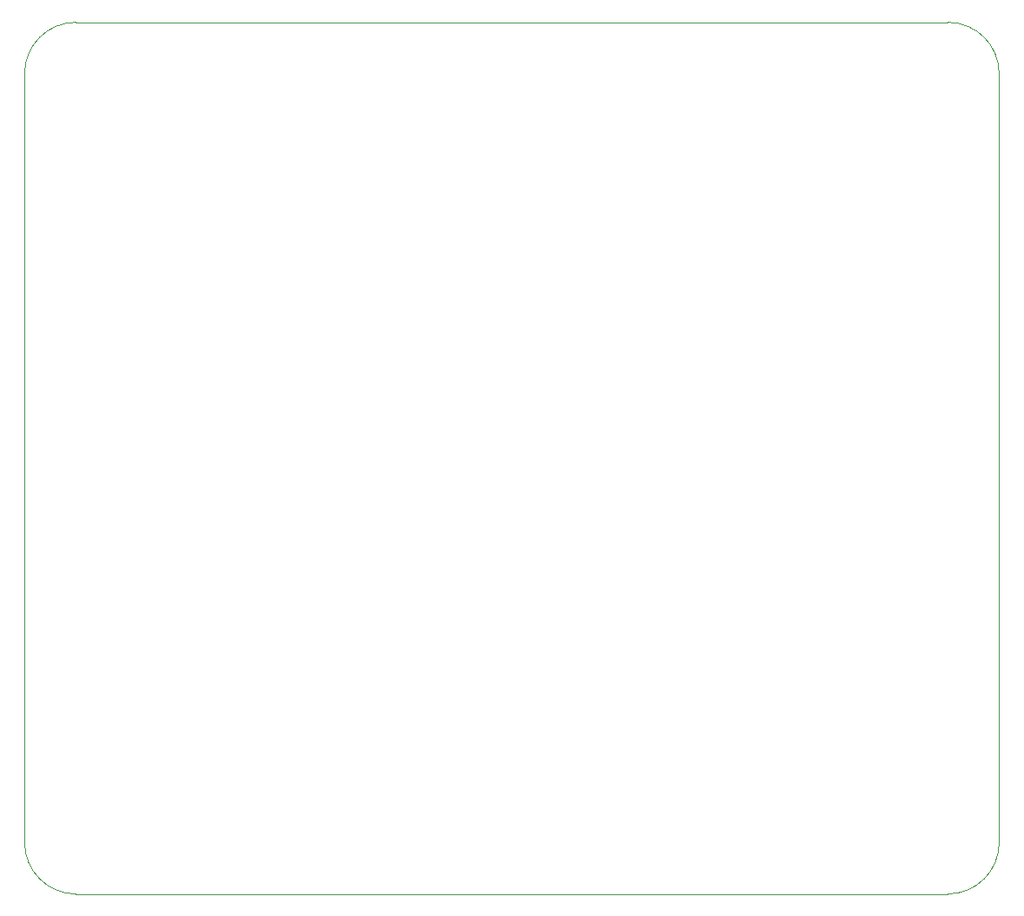
<source format=gbr>
%TF.GenerationSoftware,KiCad,Pcbnew,(5.1.10)-1*%
%TF.CreationDate,2022-03-11T13:55:32+03:00*%
%TF.ProjectId,stm32f446x,73746d33-3266-4343-9436-782e6b696361,rev?*%
%TF.SameCoordinates,Original*%
%TF.FileFunction,Profile,NP*%
%FSLAX46Y46*%
G04 Gerber Fmt 4.6, Leading zero omitted, Abs format (unit mm)*
G04 Created by KiCad (PCBNEW (5.1.10)-1) date 2022-03-11 13:55:32*
%MOMM*%
%LPD*%
G01*
G04 APERTURE LIST*
%TA.AperFunction,Profile*%
%ADD10C,0.050000*%
%TD*%
G04 APERTURE END LIST*
D10*
X155000000Y-130000000D02*
G75*
G02*
X150000000Y-135000000I-5000000J0D01*
G01*
X65000000Y-135000000D02*
G75*
G02*
X60000000Y-130000000I0J5000000D01*
G01*
X150000000Y-50000000D02*
G75*
G02*
X155000000Y-55000000I0J-5000000D01*
G01*
X60000000Y-55000000D02*
G75*
G02*
X65000000Y-50000000I5000000J0D01*
G01*
X60000000Y-130000000D02*
X60000000Y-55000000D01*
X150000000Y-135000000D02*
X65000000Y-135000000D01*
X155000000Y-55000000D02*
X155000000Y-130000000D01*
X65000000Y-50000000D02*
X150000000Y-50000000D01*
M02*

</source>
